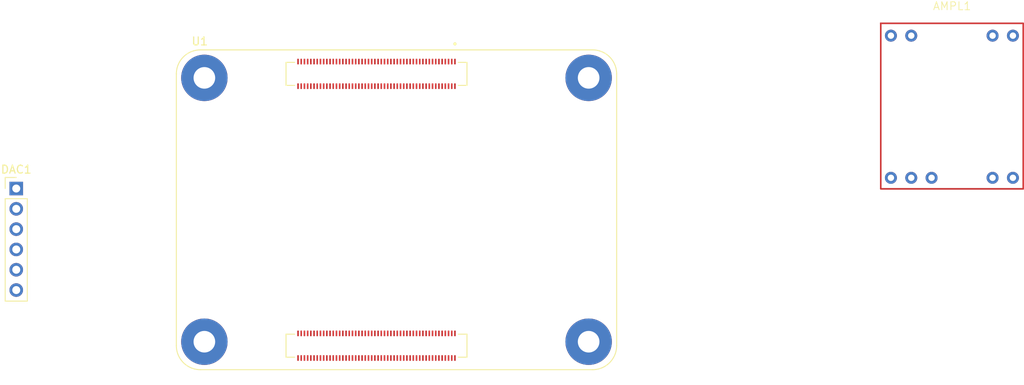
<source format=kicad_pcb>
(kicad_pcb (version 20241229) (generator "pcbnew") (generator_version "9.0")
  (layers (0 "F.Cu" signal) (2 "B.Cu" signal) (13 "F.Paste" user) (15 "B.Paste" user) (5 "F.SilkS" user "F.Silkscreen") (7 "B.SilkS" user "B.Silkscreen") (1 "F.Mask" user) (3 "B.Mask" user) (25 "Edge.Cuts" user))
  (net 0 "")
  (net 2 "Net-(U1A-GND-Pad1)")
  (net 3 "Net-(U1A-MOUNTING_PADS-PadSH1)")
  (net 10 "Net-(U1A-CM4_3.3V(OUTPUT)-Pad84)")
  (net 15 "Net-(U1A-CM4_1.8V(OUTPUT)-Pad88)")
  (net 158 "Net-(DAC1-VIN)")
  (footprint "Raspberry Compute Modele 4:MODULE_SC0682" (layer "F.Cu") (at 160 92.5)
    (property "Reference" "U1" (at -24.575 -21.075 0) (layer "F.SilkS"))
    (property "Value" "Raspberry")
    (fp_line (start -27.5 -17) (end -27.5 17) (stroke (width 0.127)) (layer "F.SilkS"))
    (fp_line (start -24.5 20) (end 24.5 20) (stroke (width 0.127)) (layer "F.SilkS"))
    (fp_line (start -13.8 -18.44) (end -13.8 -15.56) (stroke (width 0.127)) (layer "F.SilkS"))
    (fp_line (start -13.8 -15.56) (end -12.72 -15.56) (stroke (width 0.127)) (layer "F.SilkS"))
    (fp_line (start -13.8 15.56) (end -13.8 18.44) (stroke (width 0.127)) (layer "F.SilkS"))
    (fp_line (start -13.8 18.44) (end -12.72 18.44) (stroke (width 0.127)) (layer "F.SilkS"))
    (fp_line (start -12.72 -18.44) (end -13.8 -18.44) (stroke (width 0.127)) (layer "F.SilkS"))
    (fp_line (start -12.72 15.56) (end -13.8 15.56) (stroke (width 0.127)) (layer "F.SilkS"))
    (fp_line (start 7.72 -18.44) (end 8.8 -18.44) (stroke (width 0.127)) (layer "F.SilkS"))
    (fp_line (start 7.72 15.56) (end 8.8 15.56) (stroke (width 0.127)) (layer "F.SilkS"))
    (fp_line (start 8.8 -18.44) (end 8.8 -15.56) (stroke (width 0.127)) (layer "F.SilkS"))
    (fp_line (start 8.8 -15.56) (end 7.72 -15.56) (stroke (width 0.127)) (layer "F.SilkS"))
    (fp_line (start 8.8 15.56) (end 8.8 18.44) (stroke (width 0.127)) (layer "F.SilkS"))
    (fp_line (start 8.8 18.44) (end 7.72 18.44) (stroke (width 0.127)) (layer "F.SilkS"))
    (fp_line (start 24.5 -20) (end -24.5 -20) (stroke (width 0.127)) (layer "F.SilkS"))
    (fp_line (start 27.5 17) (end 27.5 -17) (stroke (width 0.127)) (layer "F.SilkS"))
    (fp_arc (start -27.5 -17) (mid -26.62132 -19.12132) (end -24.5 -20) (stroke (width 0.127)) (layer "F.SilkS"))
    (fp_arc (start -24.5 20) (mid -26.62132 19.12132) (end -27.5 17) (stroke (width 0.127)) (layer "F.SilkS"))
    (fp_arc (start 24.5 -20) (mid 26.62132 -19.12132) (end 27.5 -17) (stroke (width 0.127)) (layer "F.SilkS"))
    (fp_arc (start 27.5 17) (mid 26.62132 19.12132) (end 24.5 20) (stroke (width 0.127)) (layer "F.SilkS"))
    (fp_circle (center 7.3 -20.75) (end 7.4 -20.75) (stroke (width 0.2)) (fill no) (layer "F.SilkS"))
    (pad "1" smd rect (at 7.3 -18.54) (size 0.2 0.7) (layers "F.Cu" "F.Mask" "F.Paste") (net 2 "Net-(U1A-GND-Pad1)"))
    (pad "2" smd rect (at 7.3 -15.46) (size 0.2 0.7) (layers "F.Cu" "F.Mask" "F.Paste") (net 2 "Net-(U1A-GND-Pad1)"))
    (pad "3" smd rect (at 6.9 -18.54) (size 0.2 0.7) (layers "F.Cu" "F.Mask" "F.Paste"))
    (pad "4" smd rect (at 6.9 -15.46) (size 0.2 0.7) (layers "F.Cu" "F.Mask" "F.Paste"))
    (pad "5" smd rect (at 6.5 -18.54) (size 0.2 0.7) (layers "F.Cu" "F.Mask" "F.Paste"))
    (pad "6" smd rect (at 6.5 -15.46) (size 0.2 0.7) (layers "F.Cu" "F.Mask" "F.Paste"))
    (pad "7" smd rect (at 6.1 -18.54) (size 0.2 0.7) (layers "F.Cu" "F.Mask" "F.Paste") (net 2 "Net-(U1A-GND-Pad1)"))
    (pad "8" smd rect (at 6.1 -15.46) (size 0.2 0.7) (layers "F.Cu" "F.Mask" "F.Paste") (net 2 "Net-(U1A-GND-Pad1)"))
    (pad "9" smd rect (at 5.7 -18.54) (size 0.2 0.7) (layers "F.Cu" "F.Mask" "F.Paste"))
    (pad "10" smd rect (at 5.7 -15.46) (size 0.2 0.7) (layers "F.Cu" "F.Mask" "F.Paste"))
    (pad "11" smd rect (at 5.3 -18.54) (size 0.2 0.7) (layers "F.Cu" "F.Mask" "F.Paste"))
    (pad "12" smd rect (at 5.3 -15.46) (size 0.2 0.7) (layers "F.Cu" "F.Mask" "F.Paste"))
    (pad "13" smd rect (at 4.9 -18.54) (size 0.2 0.7) (layers "F.Cu" "F.Mask" "F.Paste") (net 2 "Net-(U1A-GND-Pad1)"))
    (pad "14" smd rect (at 4.9 -15.46) (size 0.2 0.7) (layers "F.Cu" "F.Mask" "F.Paste") (net 2 "Net-(U1A-GND-Pad1)"))
    (pad "15" smd rect (at 4.5 -18.54) (size 0.2 0.7) (layers "F.Cu" "F.Mask" "F.Paste"))
    (pad "16" smd rect (at 4.5 -15.46) (size 0.2 0.7) (layers "F.Cu" "F.Mask" "F.Paste"))
    (pad "17" smd rect (at 4.1 -18.54) (size 0.2 0.7) (layers "F.Cu" "F.Mask" "F.Paste"))
    (pad "18" smd rect (at 4.1 -15.46) (size 0.2 0.7) (layers "F.Cu" "F.Mask" "F.Paste"))
    (pad "19" smd rect (at 3.7 -18.54) (size 0.2 0.7) (layers "F.Cu" "F.Mask" "F.Paste"))
    (pad "20" smd rect (at 3.7 -15.46) (size 0.2 0.7) (layers "F.Cu" "F.Mask" "F.Paste"))
    (pad "21" smd rect (at 3.3 -18.54) (size 0.2 0.7) (layers "F.Cu" "F.Mask" "F.Paste"))
    (pad "22" smd rect (at 3.3 -15.46) (size 0.2 0.7) (layers "F.Cu" "F.Mask" "F.Paste") (net 2 "Net-(U1A-GND-Pad1)"))
    (pad "23" smd rect (at 2.9 -18.54) (size 0.2 0.7) (layers "F.Cu" "F.Mask" "F.Paste") (net 2 "Net-(U1A-GND-Pad1)"))
    (pad "24" smd rect (at 2.9 -15.46) (size 0.2 0.7) (layers "F.Cu" "F.Mask" "F.Paste"))
    (pad "25" smd rect (at 2.5 -18.54) (size 0.2 0.7) (layers "F.Cu" "F.Mask" "F.Paste"))
    (pad "26" smd rect (at 2.5 -15.46) (size 0.2 0.7) (layers "F.Cu" "F.Mask" "F.Paste"))
    (pad "27" smd rect (at 2.1 -18.54) (size 0.2 0.7) (layers "F.Cu" "F.Mask" "F.Paste"))
    (pad "28" smd rect (at 2.1 -15.46) (size 0.2 0.7) (layers "F.Cu" "F.Mask" "F.Paste"))
    (pad "29" smd rect (at 1.7 -18.54) (size 0.2 0.7) (layers "F.Cu" "F.Mask" "F.Paste"))
    (pad "30" smd rect (at 1.7 -15.46) (size 0.2 0.7) (layers "F.Cu" "F.Mask" "F.Paste"))
    (pad "31" smd rect (at 1.3 -18.54) (size 0.2 0.7) (layers "F.Cu" "F.Mask" "F.Paste"))
    (pad "32" smd rect (at 1.3 -15.46) (size 0.2 0.7) (layers "F.Cu" "F.Mask" "F.Paste") (net 2 "Net-(U1A-GND-Pad1)"))
    (pad "33" smd rect (at 0.9 -18.54) (size 0.2 0.7) (layers "F.Cu" "F.Mask" "F.Paste") (net 2 "Net-(U1A-GND-Pad1)"))
    (pad "34" smd rect (at 0.9 -15.46) (size 0.2 0.7) (layers "F.Cu" "F.Mask" "F.Paste"))
    (pad "35" smd rect (at 0.5 -18.54) (size 0.2 0.7) (layers "F.Cu" "F.Mask" "F.Paste"))
    (pad "36" smd rect (at 0.5 -15.46) (size 0.2 0.7) (layers "F.Cu" "F.Mask" "F.Paste"))
    (pad "37" smd rect (at 0.1 -18.54) (size 0.2 0.7) (layers "F.Cu" "F.Mask" "F.Paste"))
    (pad "38" smd rect (at 0.1 -15.46) (size 0.2 0.7) (layers "F.Cu" "F.Mask" "F.Paste"))
    (pad "39" smd rect (at -0.3 -18.54) (size 0.2 0.7) (layers "F.Cu" "F.Mask" "F.Paste"))
    (pad "40" smd rect (at -0.3 -15.46) (size 0.2 0.7) (layers "F.Cu" "F.Mask" "F.Paste"))
    (pad "41" smd rect (at -0.7 -18.54) (size 0.2 0.7) (layers "F.Cu" "F.Mask" "F.Paste"))
    (pad "42" smd rect (at -0.7 -15.46) (size 0.2 0.7) (layers "F.Cu" "F.Mask" "F.Paste") (net 2 "Net-(U1A-GND-Pad1)"))
    (pad "43" smd rect (at -1.1 -18.54) (size 0.2 0.7) (layers "F.Cu" "F.Mask" "F.Paste") (net 2 "Net-(U1A-GND-Pad1)"))
    (pad "44" smd rect (at -1.1 -15.46) (size 0.2 0.7) (layers "F.Cu" "F.Mask" "F.Paste"))
    (pad "45" smd rect (at -1.5 -18.54) (size 0.2 0.7) (layers "F.Cu" "F.Mask" "F.Paste"))
    (pad "46" smd rect (at -1.5 -15.46) (size 0.2 0.7) (layers "F.Cu" "F.Mask" "F.Paste"))
    (pad "47" smd rect (at -1.9 -18.54) (size 0.2 0.7) (layers "F.Cu" "F.Mask" "F.Paste"))
    (pad "48" smd rect (at -1.9 -15.46) (size 0.2 0.7) (layers "F.Cu" "F.Mask" "F.Paste"))
    (pad "49" smd rect (at -2.3 -18.54) (size 0.2 0.7) (layers "F.Cu" "F.Mask" "F.Paste"))
    (pad "50" smd rect (at -2.3 -15.46) (size 0.2 0.7) (layers "F.Cu" "F.Mask" "F.Paste"))
    (pad "51" smd rect (at -2.7 -18.54) (size 0.2 0.7) (layers "F.Cu" "F.Mask" "F.Paste"))
    (pad "52" smd rect (at -2.7 -15.46) (size 0.2 0.7) (layers "F.Cu" "F.Mask" "F.Paste") (net 2 "Net-(U1A-GND-Pad1)"))
    (pad "53" smd rect (at -3.1 -18.54) (size 0.2 0.7) (layers "F.Cu" "F.Mask" "F.Paste") (net 2 "Net-(U1A-GND-Pad1)"))
    (pad "54" smd rect (at -3.1 -15.46) (size 0.2 0.7) (layers "F.Cu" "F.Mask" "F.Paste"))
    (pad "55" smd rect (at -3.5 -18.54) (size 0.2 0.7) (layers "F.Cu" "F.Mask" "F.Paste"))
    (pad "56" smd rect (at -3.5 -15.46) (size 0.2 0.7) (layers "F.Cu" "F.Mask" "F.Paste"))
    (pad "57" smd rect (at -3.9 -18.54) (size 0.2 0.7) (layers "F.Cu" "F.Mask" "F.Paste"))
    (pad "58" smd rect (at -3.9 -15.46) (size 0.2 0.7) (layers "F.Cu" "F.Mask" "F.Paste"))
    (pad "59" smd rect (at -4.3 -18.54) (size 0.2 0.7) (layers "F.Cu" "F.Mask" "F.Paste") (net 2 "Net-(U1A-GND-Pad1)"))
    (pad "60" smd rect (at -4.3 -15.46) (size 0.2 0.7) (layers "F.Cu" "F.Mask" "F.Paste") (net 2 "Net-(U1A-GND-Pad1)"))
    (pad "61" smd rect (at -4.7 -18.54) (size 0.2 0.7) (layers "F.Cu" "F.Mask" "F.Paste"))
    (pad "62" smd rect (at -4.7 -15.46) (size 0.2 0.7) (layers "F.Cu" "F.Mask" "F.Paste"))
    (pad "63" smd rect (at -5.1 -18.54) (size 0.2 0.7) (layers "F.Cu" "F.Mask" "F.Paste"))
    (pad "64" smd rect (at -5.1 -15.46) (size 0.2 0.7) (layers "F.Cu" "F.Mask" "F.Paste"))
    (pad "65" smd rect (at -5.5 -18.54) (size 0.2 0.7) (layers "F.Cu" "F.Mask" "F.Paste") (net 2 "Net-(U1A-GND-Pad1)"))
    (pad "66" smd rect (at -5.5 -15.46) (size 0.2 0.7) (layers "F.Cu" "F.Mask" "F.Paste") (net 2 "Net-(U1A-GND-Pad1)"))
    (pad "67" smd rect (at -5.9 -18.54) (size 0.2 0.7) (layers "F.Cu" "F.Mask" "F.Paste"))
    (pad "68" smd rect (at -5.9 -15.46) (size 0.2 0.7) (layers "F.Cu" "F.Mask" "F.Paste"))
    (pad "69" smd rect (at -6.3 -18.54) (size 0.2 0.7) (layers "F.Cu" "F.Mask" "F.Paste"))
    (pad "70" smd rect (at -6.3 -15.46) (size 0.2 0.7) (layers "F.Cu" "F.Mask" "F.Paste"))
    (pad "71" smd rect (at -6.7 -18.54) (size 0.2 0.7) (layers "F.Cu" "F.Mask" "F.Paste") (net 2 "Net-(U1A-GND-Pad1)"))
    (pad "72" smd rect (at -6.7 -15.46) (size 0.2 0.7) (layers "F.Cu" "F.Mask" "F.Paste"))
    (pad "73" smd rect (at -7.1 -18.54) (size 0.2 0.7) (layers "F.Cu" "F.Mask" "F.Paste"))
    (pad "74" smd rect (at -7.1 -15.46) (size 0.2 0.7) (layers "F.Cu" "F.Mask" "F.Paste") (net 2 "Net-(U1A-GND-Pad1)"))
    (pad "75" smd rect (at -7.5 -18.54) (size 0.2 0.7) (layers "F.Cu" "F.Mask" "F.Paste"))
    (pad "76" smd rect (at -7.5 -15.46) (size 0.2 0.7) (layers "F.Cu" "F.Mask" "F.Paste"))
    (pad "77" smd rect (at -7.9 -18.54) (size 0.2 0.7) (layers "F.Cu" "F.Mask" "F.Paste") (net 158 "Net-(DAC1-VIN)"))
    (pad "78" smd rect (at -7.9 -15.46) (size 0.2 0.7) (layers "F.Cu" "F.Mask" "F.Paste"))
    (pad "79" smd rect (at -8.3 -18.54) (size 0.2 0.7) (layers "F.Cu" "F.Mask" "F.Paste") (net 158 "Net-(DAC1-VIN)"))
    (pad "80" smd rect (at -8.3 -15.46) (size 0.2 0.7) (layers "F.Cu" "F.Mask" "F.Paste"))
    (pad "81" smd rect (at -8.7 -18.54) (size 0.2 0.7) (layers "F.Cu" "F.Mask" "F.Paste") (net 158 "Net-(DAC1-VIN)"))
    (pad "82" smd rect (at -8.7 -15.46) (size 0.2 0.7) (layers "F.Cu" "F.Mask" "F.Paste"))
    (pad "83" smd rect (at -9.1 -18.54) (size 0.2 0.7) (layers "F.Cu" "F.Mask" "F.Paste") (net 158 "Net-(DAC1-VIN)"))
    (pad "84" smd rect (at -9.1 -15.46) (size 0.2 0.7) (layers "F.Cu" "F.Mask" "F.Paste") (net 10 "Net-(U1A-CM4_3.3V(OUTPUT)-Pad84)"))
    (pad "85" smd rect (at -9.5 -18.54) (size 0.2 0.7) (layers "F.Cu" "F.Mask" "F.Paste") (net 158 "Net-(DAC1-VIN)"))
    (pad "86" smd rect (at -9.5 -15.46) (size 0.2 0.7) (layers "F.Cu" "F.Mask" "F.Paste") (net 10 "Net-(U1A-CM4_3.3V(OUTPUT)-Pad84)"))
    (pad "87" smd rect (at -9.9 -18.54) (size 0.2 0.7) (layers "F.Cu" "F.Mask" "F.Paste") (net 158 "Net-(DAC1-VIN)"))
    (pad "88" smd rect (at -9.9 -15.46) (size 0.2 0.7) (layers "F.Cu" "F.Mask" "F.Paste") (net 15 "Net-(U1A-CM4_1.8V(OUTPUT)-Pad88)"))
    (pad "89" smd rect (at -10.3 -18.54) (size 0.2 0.7) (layers "F.Cu" "F.Mask" "F.Paste"))
    (pad "90" smd rect (at -10.3 -15.46) (size 0.2 0.7) (layers "F.Cu" "F.Mask" "F.Paste") (net 15 "Net-(U1A-CM4_1.8V(OUTPUT)-Pad88)"))
    (pad "91" smd rect (at -10.7 -18.54) (size 0.2 0.7) (layers "F.Cu" "F.Mask" "F.Paste"))
    (pad "92" smd rect (at -10.7 -15.46) (size 0.2 0.7) (layers "F.Cu" "F.Mask" "F.Paste"))
    (pad "93" smd rect (at -11.1 -18.54) (size 0.2 0.7) (layers "F.Cu" "F.Mask" "F.Paste"))
    (pad "94" smd rect (at -11.1 -15.46) (size 0.2 0.7) (layers "F.Cu" "F.Mask" "F.Paste"))
    (pad "95" smd rect (at -11.5 -18.54) (size 0.2 0.7) (layers "F.Cu" "F.Mask" "F.Paste"))
    (pad "96" smd rect (at -11.5 -15.46) (size 0.2 0.7) (layers "F.Cu" "F.Mask" "F.Paste"))
    (pad "97" smd rect (at -11.9 -18.54) (size 0.2 0.7) (layers "F.Cu" "F.Mask" "F.Paste"))
    (pad "98" smd rect (at -11.9 -15.46) (size 0.2 0.7) (layers "F.Cu" "F.Mask" "F.Paste") (net 2 "Net-(U1A-GND-Pad1)"))
    (pad "99" smd rect (at -12.3 -18.54) (size 0.2 0.7) (layers "F.Cu" "F.Mask" "F.Paste"))
    (pad "100" smd rect (at -12.3 -15.46) (size 0.2 0.7) (layers "F.Cu" "F.Mask" "F.Paste"))
    (pad "101" smd rect (at 7.3 15.46) (size 0.2 0.7) (layers "F.Cu" "F.Mask" "F.Paste"))
    (pad "102" smd rect (at 7.3 18.54) (size 0.2 0.7) (layers "F.Cu" "F.Mask" "F.Paste"))
    (pad "103" smd rect (at 6.9 15.46) (size 0.2 0.7) (layers "F.Cu" "F.Mask" "F.Paste"))
    (pad "104" smd rect (at 6.9 18.54) (size 0.2 0.7) (layers "F.Cu" "F.Mask" "F.Paste"))
    (pad "105" smd rect (at 6.5 15.46) (size 0.2 0.7) (layers "F.Cu" "F.Mask" "F.Paste"))
    (pad "106" smd rect (at 6.5 18.54) (size 0.2 0.7) (layers "F.Cu" "F.Mask" "F.Paste"))
    (pad "107" smd rect (at 6.1 15.46) (size 0.2 0.7) (layers "F.Cu" "F.Mask" "F.Paste") (net 2 "Net-(U1A-GND-Pad1)"))
    (pad "108" smd rect (at 6.1 18.54) (size 0.2 0.7) (layers "F.Cu" "F.Mask" "F.Paste") (net 2 "Net-(U1A-GND-Pad1)"))
    (pad "109" smd rect (at 5.7 15.46) (size 0.2 0.7) (layers "F.Cu" "F.Mask" "F.Paste"))
    (pad "110" smd rect (at 5.7 18.54) (size 0.2 0.7) (layers "F.Cu" "F.Mask" "F.Paste"))
    (pad "111" smd rect (at 5.3 15.46) (size 0.2 0.7) (layers "F.Cu" "F.Mask" "F.Paste"))
    (pad "112" smd rect (at 5.3 18.54) (size 0.2 0.7) (layers "F.Cu" "F.Mask" "F.Paste"))
    (pad "113" smd rect (at 4.9 15.46) (size 0.2 0.7) (layers "F.Cu" "F.Mask" "F.Paste") (net 2 "Net-(U1A-GND-Pad1)"))
    (pad "114" smd rect (at 4.9 18.54) (size 0.2 0.7) (layers "F.Cu" "F.Mask" "F.Paste") (net 2 "Net-(U1A-GND-Pad1)"))
    (pad "115" smd rect (at 4.5 15.46) (size 0.2 0.7) (layers "F.Cu" "F.Mask" "F.Paste"))
    (pad "116" smd rect (at 4.5 18.54) (size 0.2 0.7) (layers "F.Cu" "F.Mask" "F.Paste"))
    (pad "117" smd rect (at 4.1 15.46) (size 0.2 0.7) (layers "F.Cu" "F.Mask" "F.Paste"))
    (pad "118" smd rect (at 4.1 18.54) (size 0.2 0.7) (layers "F.Cu" "F.Mask" "F.Paste"))
    (pad "119" smd rect (at 3.7 15.46) (size 0.2 0.7) (layers "F.Cu" "F.Mask" "F.Paste") (net 2 "Net-(U1A-GND-Pad1)"))
    (pad "120" smd rect (at 3.7 18.54) (size 0.2 0.7) (layers "F.Cu" "F.Mask" "F.Paste") (net 2 "Net-(U1A-GND-Pad1)"))
    (pad "121" smd rect (at 3.3 15.46) (size 0.2 0.7) (layers "F.Cu" "F.Mask" "F.Paste"))
    (pad "122" smd rect (at 3.3 18.54) (size 0.2 0.7) (layers "F.Cu" "F.Mask" "F.Paste"))
    (pad "123" smd rect (at 2.9 15.46) (size 0.2 0.7) (layers "F.Cu" "F.Mask" "F.Paste"))
    (pad "124" smd rect (at 2.9 18.54) (size 0.2 0.7) (layers "F.Cu" "F.Mask" "F.Paste"))
    (pad "125" smd rect (at 2.5 15.46) (size 0.2 0.7) (layers "F.Cu" "F.Mask" "F.Paste") (net 2 "Net-(U1A-GND-Pad1)"))
    (pad "126" smd rect (at 2.5 18.54) (size 0.2 0.7) (layers "F.Cu" "F.Mask" "F.Paste") (net 2 "Net-(U1A-GND-Pad1)"))
    (pad "127" smd rect (at 2.1 15.46) (size 0.2 0.7) (layers "F.Cu" "F.Mask" "F.Paste"))
    (pad "128" smd rect (at 2.1 18.54) (size 0.2 0.7) (layers "F.Cu" "F.Mask" "F.Paste"))
    (pad "129" smd rect (at 1.7 15.46) (size 0.2 0.7) (layers "F.Cu" "F.Mask" "F.Paste"))
    (pad "130" smd rect (at 1.7 18.54) (size 0.2 0.7) (layers "F.Cu" "F.Mask" "F.Paste"))
    (pad "131" smd rect (at 1.3 15.46) (size 0.2 0.7) (layers "F.Cu" "F.Mask" "F.Paste") (net 2 "Net-(U1A-GND-Pad1)"))
    (pad "132" smd rect (at 1.3 18.54) (size 0.2 0.7) (layers "F.Cu" "F.Mask" "F.Paste") (net 2 "Net-(U1A-GND-Pad1)"))
    (pad "133" smd rect (at 0.9 15.46) (size 0.2 0.7) (layers "F.Cu" "F.Mask" "F.Paste"))
    (pad "134" smd rect (at 0.9 18.54) (size 0.2 0.7) (layers "F.Cu" "F.Mask" "F.Paste"))
    (pad "135" smd rect (at 0.5 15.46) (size 0.2 0.7) (layers "F.Cu" "F.Mask" "F.Paste"))
    (pad "136" smd rect (at 0.5 18.54) (size 0.2 0.7) (layers "F.Cu" "F.Mask" "F.Paste"))
    (pad "137" smd rect (at 0.1 15.46) (size 0.2 0.7) (layers "F.Cu" "F.Mask" "F.Paste") (net 2 "Net-(U1A-GND-Pad1)"))
    (pad "138" smd rect (at 0.1 18.54) (size 0.2 0.7) (layers "F.Cu" "F.Mask" "F.Paste") (net 2 "Net-(U1A-GND-Pad1)"))
    (pad "139" smd rect (at -0.3 15.46) (size 0.2 0.7) (layers "F.Cu" "F.Mask" "F.Paste"))
    (pad "140" smd rect (at -0.3 18.54) (size 0.2 0.7) (layers "F.Cu" "F.Mask" "F.Paste"))
    (pad "141" smd rect (at -0.7 15.46) (size 0.2 0.7) (layers "F.Cu" "F.Mask" "F.Paste"))
    (pad "142" smd rect (at -0.7 18.54) (size 0.2 0.7) (layers "F.Cu" "F.Mask" "F.Paste"))
    (pad "143" smd rect (at -1.1 15.46) (size 0.2 0.7) (layers "F.Cu" "F.Mask" "F.Paste"))
    (pad "144" smd rect (at -1.1 18.54) (size 0.2 0.7) (layers "F.Cu" "F.Mask" "F.Paste") (net 2 "Net-(U1A-GND-Pad1)"))
    (pad "145" smd rect (at -1.5 15.46) (size 0.2 0.7) (layers "F.Cu" "F.Mask" "F.Paste"))
    (pad "146" smd rect (at -1.5 18.54) (size 0.2 0.7) (layers "F.Cu" "F.Mask" "F.Paste"))
    (pad "147" smd rect (at -1.9 15.46) (size 0.2 0.7) (layers "F.Cu" "F.Mask" "F.Paste"))
    (pad "148" smd rect (at -1.9 18.54) (size 0.2 0.7) (layers "F.Cu" "F.Mask" "F.Paste"))
    (pad "149" smd rect (at -2.3 15.46) (size 0.2 0.7) (layers "F.Cu" "F.Mask" "F.Paste"))
    (pad "150" smd rect (at -2.3 18.54) (size 0.2 0.7) (layers "F.Cu" "F.Mask" "F.Paste") (net 2 "Net-(U1A-GND-Pad1)"))
    (pad "151" smd rect (at -2.7 15.46) (size 0.2 0.7) (layers "F.Cu" "F.Mask" "F.Paste"))
    (pad "152" smd rect (at -2.7 18.54) (size 0.2 0.7) (layers "F.Cu" "F.Mask" "F.Paste"))
    (pad "153" smd rect (at -3.1 15.46) (size 0.2 0.7) (layers "F.Cu" "F.Mask" "F.Paste"))
    (pad "154" smd rect (at -3.1 18.54) (size 0.2 0.7) (layers "F.Cu" "F.Mask" "F.Paste"))
    (pad "155" smd rect (at -3.5 15.46) (size 0.2 0.7) (layers "F.Cu" "F.Mask" "F.Paste") (net 2 "Net-(U1A-GND-Pad1)"))
    (pad "156" smd rect (at -3.5 18.54) (size 0.2 0.7) (layers "F.Cu" "F.Mask" "F.Paste") (net 2 "Net-(U1A-GND-Pad1)"))
    (pad "157" smd rect (at -3.9 15.46) (size 0.2 0.7) (layers "F.Cu" "F.Mask" "F.Paste"))
    (pad "158" smd rect (at -3.9 18.54) (size 0.2 0.7) (layers "F.Cu" "F.Mask" "F.Paste"))
    (pad "159" smd rect (at -4.3 15.46) (size 0.2 0.7) (layers "F.Cu" "F.Mask" "F.Paste"))
    (pad "160" smd rect (at -4.3 18.54) (size 0.2 0.7) (layers "F.Cu" "F.Mask" "F.Paste"))
    (pad "161" smd rect (at -4.7 15.46) (size 0.2 0.7) (layers "F.Cu" "F.Mask" "F.Paste") (net 2 "Net-(U1A-GND-Pad1)"))
    (pad "162" smd rect (at -4.7 18.54) (size 0.2 0.7) (layers "F.Cu" "F.Mask" "F.Paste") (net 2 "Net-(U1A-GND-Pad1)"))
    (pad "163" smd rect (at -5.1 15.46) (size 0.2 0.7) (layers "F.Cu" "F.Mask" "F.Paste"))
    (pad "164" smd rect (at -5.1 18.54) (size 0.2 0.7) (layers "F.Cu" "F.Mask" "F.Paste"))
    (pad "165" smd rect (at -5.5 15.46) (size 0.2 0.7) (layers "F.Cu" "F.Mask" "F.Paste"))
    (pad "166" smd rect (at -5.5 18.54) (size 0.2 0.7) (layers "F.Cu" "F.Mask" "F.Paste"))
    (pad "167" smd rect (at -5.9 15.46) (size 0.2 0.7) (layers "F.Cu" "F.Mask" "F.Paste") (net 2 "Net-(U1A-GND-Pad1)"))
    (pad "168" smd rect (at -5.9 18.54) (size 0.2 0.7) (layers "F.Cu" "F.Mask" "F.Paste") (net 2 "Net-(U1A-GND-Pad1)"))
    (pad "169" smd rect (at -6.3 15.46) (size 0.2 0.7) (layers "F.Cu" "F.Mask" "F.Paste"))
    (pad "170" smd rect (at -6.3 18.54) (size 0.2 0.7) (layers "F.Cu" "F.Mask" "F.Paste"))
    (pad "171" smd rect (at -6.7 15.46) (size 0.2 0.7) (layers "F.Cu" "F.Mask" "F.Paste"))
    (pad "172" smd rect (at -6.7 18.54) (size 0.2 0.7) (layers "F.Cu" "F.Mask" "F.Paste"))
    (pad "173" smd rect (at -7.1 15.46) (size 0.2 0.7) (layers "F.Cu" "F.Mask" "F.Paste") (net 2 "Net-(U1A-GND-Pad1)"))
    (pad "174" smd rect (at -7.1 18.54) (size 0.2 0.7) (layers "F.Cu" "F.Mask" "F.Paste") (net 2 "Net-(U1A-GND-Pad1)"))
    (pad "175" smd rect (at -7.5 15.46) (size 0.2 0.7) (layers "F.Cu" "F.Mask" "F.Paste"))
    (pad "176" smd rect (at -7.5 18.54) (size 0.2 0.7) (layers "F.Cu" "F.Mask" "F.Paste"))
    (pad "177" smd rect (at -7.9 15.46) (size 0.2 0.7) (layers "F.Cu" "F.Mask" "F.Paste"))
    (pad "178" smd rect (at -7.9 18.54) (size 0.2 0.7) (layers "F.Cu" "F.Mask" "F.Paste"))
    (pad "179" smd rect (at -8.3 15.46) (size 0.2 0.7) (layers "F.Cu" "F.Mask" "F.Paste") (net 2 "Net-(U1A-GND-Pad1)"))
    (pad "180" smd rect (at -8.3 18.54) (size 0.2 0.7) (layers "F.Cu" "F.Mask" "F.Paste") (net 2 "Net-(U1A-GND-Pad1)"))
    (pad "181" smd rect (at -8.7 15.46) (size 0.2 0.7) (layers "F.Cu" "F.Mask" "F.Paste"))
    (pad "182" smd rect (at -8.7 18.54) (size 0.2 0.7) (layers "F.Cu" "F.Mask" "F.Paste"))
    (pad "183" smd rect (at -9.1 15.46) (size 0.2 0.7) (layers "F.Cu" "F.Mask" "F.Paste"))
    (pad "184" smd rect (at -9.1 18.54) (size 0.2 0.7) (layers "F.Cu" "F.Mask" "F.Paste"))
    (pad "185" smd rect (at -9.5 15.46) (size 0.2 0.7) (layers "F.Cu" "F.Mask" "F.Paste") (net 2 "Net-(U1A-GND-Pad1)"))
    (pad "186" smd rect (at -9.5 18.54) (size 0.2 0.7) (layers "F.Cu" "F.Mask" "F.Paste") (net 2 "Net-(U1A-GND-Pad1)"))
    (pad "187" smd rect (at -9.9 15.46) (size 0.2 0.7) (layers "F.Cu" "F.Mask" "F.Paste"))
    (pad "188" smd rect (at -9.9 18.54) (size 0.2 0.7) (layers "F.Cu" "F.Mask" "F.Paste"))
    (pad "189" smd rect (at -10.3 15.46) (size 0.2 0.7) (layers "F.Cu" "F.Mask" "F.Paste"))
    (pad "190" smd rect (at -10.3 18.54) (size 0.2 0.7) (layers "F.Cu" "F.Mask" "F.Paste"))
    (pad "191" smd rect (at -10.7 15.46) (size 0.2 0.7) (layers "F.Cu" "F.Mask" "F.Paste") (net 2 "Net-(U1A-GND-Pad1)"))
    (pad "192" smd rect (at -10.7 18.54) (size 0.2 0.7) (layers "F.Cu" "F.Mask" "F.Paste") (net 2 "Net-(U1A-GND-Pad1)"))
    (pad "193" smd rect (at -11.1 15.46) (size 0.2 0.7) (layers "F.Cu" "F.Mask" "F.Paste"))
    (pad "194" smd rect (at -11.1 18.54) (size 0.2 0.7) (layers "F.Cu" "F.Mask" "F.Paste"))
    (pad "195" smd rect (at -11.5 15.46) (size 0.2 0.7) (layers "F.Cu" "F.Mask" "F.Paste"))
    (pad "196" smd rect (at -11.5 18.54) (size 0.2 0.7) (layers "F.Cu" "F.Mask" "F.Paste"))
    (pad "197" smd rect (at -11.9 15.46) (size 0.2 0.7) (layers "F.Cu" "F.Mask" "F.Paste") (net 2 "Net-(U1A-GND-Pad1)"))
    (pad "198" smd rect (at -11.9 18.54) (size 0.2 0.7) (layers "F.Cu" "F.Mask" "F.Paste") (net 2 "Net-(U1A-GND-Pad1)"))
    (pad "199" smd rect (at -12.3 15.46) (size 0.2 0.7) (layers "F.Cu" "F.Mask" "F.Paste"))
    (pad "200" smd rect (at -12.3 18.54) (size 0.2 0.7) (layers "F.Cu" "F.Mask" "F.Paste"))
    (pad "SH1" thru_hole circle (at -24 -16.5) (size 5.8 5.8) (drill 2.7) (layers "*.Cu" "*.Mask") (net 3 "Net-(U1A-MOUNTING_PADS-PadSH1)"))
    (pad "SH2" thru_hole circle (at 24 -16.5) (size 5.8 5.8) (drill 2.7) (layers "*.Cu" "*.Mask") (net 3 "Net-(U1A-MOUNTING_PADS-PadSH1)"))
    (pad "SH3" thru_hole circle (at -24 16.5) (size 5.8 5.8) (drill 2.7) (layers "*.Cu" "*.Mask") (net 3 "Net-(U1A-MOUNTING_PADS-PadSH1)"))
    (pad "SH4" thru_hole circle (at 24 16.5) (size 5.8 5.8) (drill 2.7) (layers "*.Cu" "*.Mask") (net 3 "Net-(U1A-MOUNTING_PADS-PadSH1)"))
  )
  (footprint "Connector_PinHeader_2.54mm:PinHeader_1x06_P2.54mm_Vertical" (layer "F.Cu") (at 112.5 89.84)
    (property "Reference" "DAC1" (at 0 -2.38 0) (layer "F.SilkS"))
    (property "Value" "~")
    (fp_line (start -1.38 -1.38) (end 0 -1.38) (stroke (width 0.12)) (layer "F.SilkS"))
    (fp_line (start -1.38 0) (end -1.38 -1.38) (stroke (width 0.12)) (layer "F.SilkS"))
    (fp_line (start -1.38 1.27) (end -1.38 14.08) (stroke (width 0.12)) (layer "F.SilkS"))
    (fp_line (start -1.38 1.27) (end 1.38 1.27) (stroke (width 0.12)) (layer "F.SilkS"))
    (fp_line (start -1.38 14.08) (end 1.38 14.08) (stroke (width 0.12)) (layer "F.SilkS"))
    (fp_line (start 1.38 1.27) (end 1.38 14.08) (stroke (width 0.12)) (layer "F.SilkS"))
    (pad "1" thru_hole rect (at 0 0) (size 1.7 1.7) (drill 1) (layers "*.Cu" "*.Mask") (net 158 "Net-(DAC1-VIN)"))
    (pad "2" thru_hole circle (at 0 2.54) (size 1.7 1.7) (drill 1) (layers "*.Cu" "*.Mask"))
    (pad "3" thru_hole circle (at 0 5.08) (size 1.7 1.7) (drill 1) (layers "*.Cu" "*.Mask"))
    (pad "4" thru_hole circle (at 0 7.62) (size 1.7 1.7) (drill 1) (layers "*.Cu" "*.Mask"))
    (pad "5" thru_hole circle (at 0 10.16) (size 1.7 1.7) (drill 1) (layers "*.Cu" "*.Mask"))
    (pad "6" thru_hole circle (at 0 12.7) (size 1.7 1.7) (drill 1) (layers "*.Cu" "*.Mask"))
  )
  (footprint "Sensor:PAM8403" (layer "F.Cu") (at 215.43 92.42)
    (property "Reference" "AMPL1" (at 13.97 -25.4 0) (layer "F.SilkS") (effects (font (thickness 0.1))))
    (property "Value" "~" (hide yes))
    (fp_rect (start 5.06 -23.24) (end 22.86 -2.54) (stroke (width 0.2)) (fill no) (layer "F.Cu"))
    (pad "1" thru_hole circle (at 19.03 -3.92) (size 1.5 1.5) (drill 0.8) (layers "*.Cu" "*.Mask"))
    (pad "2" thru_hole circle (at 21.57 -3.92) (size 1.5 1.5) (drill 0.8) (layers "*.Cu" "*.Mask"))
    (pad "3" thru_hole circle (at 6.33 -3.92) (size 1.5 1.5) (drill 0.8) (layers "*.Cu" "*.Mask"))
    (pad "4" thru_hole circle (at 8.87 -3.92) (size 1.5 1.5) (drill 0.8) (layers "*.Cu" "*.Mask"))
    (pad "5" thru_hole circle (at 11.41 -3.92) (size 1.5 1.5) (drill 0.8) (layers "*.Cu" "*.Mask"))
    (pad "6" thru_hole circle (at 8.87 -21.7) (size 1.5 1.5) (drill 0.8) (layers "*.Cu" "*.Mask"))
    (pad "7" thru_hole circle (at 6.33 -21.7 90) (size 1.5 1.5) (drill 0.8) (layers "*.Cu" "*.Mask"))
    (pad "8" thru_hole circle (at 19.03 -21.7) (size 1.5 1.5) (drill 0.8) (layers "*.Cu" "*.Mask"))
    (pad "9" thru_hole circle (at 21.57 -21.7 90) (size 1.5 1.5) (drill 0.8) (layers "*.Cu" "*.Mask"))
  )
)
</source>
